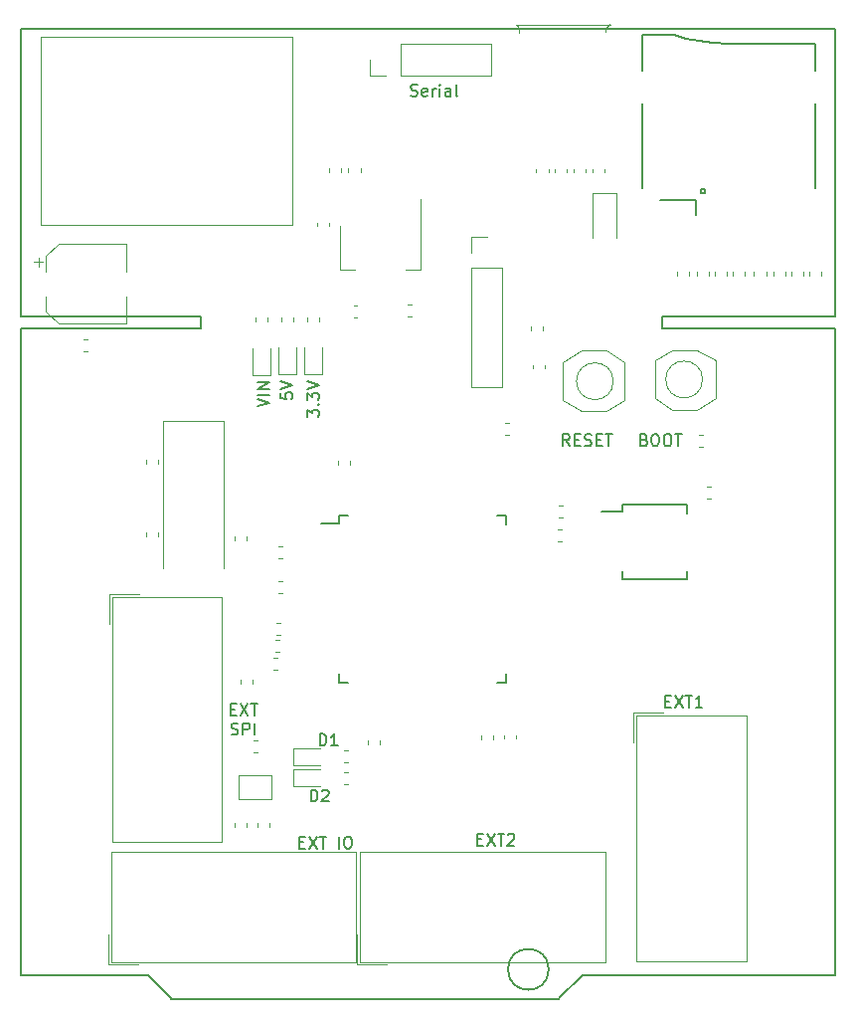
<source format=gto>
G04 #@! TF.GenerationSoftware,KiCad,Pcbnew,6.0.0-rc1-unknown-82f657e~66~ubuntu18.10.1*
G04 #@! TF.CreationDate,2018-11-25T01:12:17-08:00*
G04 #@! TF.ProjectId,Nucleo-64-407,4e75636c-656f-42d3-9634-2d3430372e6b,rev?*
G04 #@! TF.SameCoordinates,PX328b740PY6ea0500*
G04 #@! TF.FileFunction,Legend,Top*
G04 #@! TF.FilePolarity,Positive*
%FSLAX46Y46*%
G04 Gerber Fmt 4.6, Leading zero omitted, Abs format (unit mm)*
G04 Created by KiCad (PCBNEW 6.0.0-rc1-unknown-82f657e~66~ubuntu18.10.1) date Sun 25 Nov 2018 01:12:17 AM PST*
%MOMM*%
%LPD*%
G01*
G04 APERTURE LIST*
%ADD10C,0.150000*%
%ADD11C,0.100000*%
%ADD12C,0.120000*%
G04 APERTURE END LIST*
D10*
X18178571Y22646429D02*
X18511904Y22646429D01*
X18654761Y22122620D02*
X18178571Y22122620D01*
X18178571Y23122620D01*
X18654761Y23122620D01*
X18988095Y23122620D02*
X19654761Y22122620D01*
X19654761Y23122620D02*
X18988095Y22122620D01*
X19892857Y23122620D02*
X20464285Y23122620D01*
X20178571Y22122620D02*
X20178571Y23122620D01*
X18226190Y20520239D02*
X18369047Y20472620D01*
X18607142Y20472620D01*
X18702380Y20520239D01*
X18750000Y20567858D01*
X18797619Y20663096D01*
X18797619Y20758334D01*
X18750000Y20853572D01*
X18702380Y20901191D01*
X18607142Y20948810D01*
X18416666Y20996429D01*
X18321428Y21044048D01*
X18273809Y21091667D01*
X18226190Y21186905D01*
X18226190Y21282143D01*
X18273809Y21377381D01*
X18321428Y21425000D01*
X18416666Y21472620D01*
X18654761Y21472620D01*
X18797619Y21425000D01*
X19226190Y20472620D02*
X19226190Y21472620D01*
X19607142Y21472620D01*
X19702380Y21425000D01*
X19750000Y21377381D01*
X19797619Y21282143D01*
X19797619Y21139286D01*
X19750000Y21044048D01*
X19702380Y20996429D01*
X19607142Y20948810D01*
X19226190Y20948810D01*
X20226190Y20472620D02*
X20226190Y21472620D01*
X24035714Y11321429D02*
X24369047Y11321429D01*
X24511904Y10797620D02*
X24035714Y10797620D01*
X24035714Y11797620D01*
X24511904Y11797620D01*
X24845238Y11797620D02*
X25511904Y10797620D01*
X25511904Y11797620D02*
X24845238Y10797620D01*
X25750000Y11797620D02*
X26321428Y11797620D01*
X26035714Y10797620D02*
X26035714Y11797620D01*
X27416666Y10797620D02*
X27416666Y11797620D01*
X28083333Y11797620D02*
X28273809Y11797620D01*
X28369047Y11750000D01*
X28464285Y11654762D01*
X28511904Y11464286D01*
X28511904Y11130953D01*
X28464285Y10940477D01*
X28369047Y10845239D01*
X28273809Y10797620D01*
X28083333Y10797620D01*
X27988095Y10845239D01*
X27892857Y10940477D01*
X27845238Y11130953D01*
X27845238Y11464286D01*
X27892857Y11654762D01*
X27988095Y11750000D01*
X28083333Y11797620D01*
X39202380Y11571429D02*
X39535714Y11571429D01*
X39678571Y11047620D02*
X39202380Y11047620D01*
X39202380Y12047620D01*
X39678571Y12047620D01*
X40011904Y12047620D02*
X40678571Y11047620D01*
X40678571Y12047620D02*
X40011904Y11047620D01*
X40916666Y12047620D02*
X41488095Y12047620D01*
X41202380Y11047620D02*
X41202380Y12047620D01*
X41773809Y11952381D02*
X41821428Y12000000D01*
X41916666Y12047620D01*
X42154761Y12047620D01*
X42250000Y12000000D01*
X42297619Y11952381D01*
X42345238Y11857143D01*
X42345238Y11761905D01*
X42297619Y11619048D01*
X41726190Y11047620D01*
X42345238Y11047620D01*
X55202380Y23321429D02*
X55535714Y23321429D01*
X55678571Y22797620D02*
X55202380Y22797620D01*
X55202380Y23797620D01*
X55678571Y23797620D01*
X56011904Y23797620D02*
X56678571Y22797620D01*
X56678571Y23797620D02*
X56011904Y22797620D01*
X56916666Y23797620D02*
X57488095Y23797620D01*
X57202380Y22797620D02*
X57202380Y23797620D01*
X58345238Y22797620D02*
X57773809Y22797620D01*
X58059523Y22797620D02*
X58059523Y23797620D01*
X57964285Y23654762D01*
X57869047Y23559524D01*
X57773809Y23511905D01*
X25761904Y19547620D02*
X25761904Y20547620D01*
X26000000Y20547620D01*
X26142857Y20500000D01*
X26238095Y20404762D01*
X26285714Y20309524D01*
X26333333Y20119048D01*
X26333333Y19976191D01*
X26285714Y19785715D01*
X26238095Y19690477D01*
X26142857Y19595239D01*
X26000000Y19547620D01*
X25761904Y19547620D01*
X27285714Y19547620D02*
X26714285Y19547620D01*
X27000000Y19547620D02*
X27000000Y20547620D01*
X26904761Y20404762D01*
X26809523Y20309524D01*
X26714285Y20261905D01*
X25011904Y14797620D02*
X25011904Y15797620D01*
X25250000Y15797620D01*
X25392857Y15750000D01*
X25488095Y15654762D01*
X25535714Y15559524D01*
X25583333Y15369048D01*
X25583333Y15226191D01*
X25535714Y15035715D01*
X25488095Y14940477D01*
X25392857Y14845239D01*
X25250000Y14797620D01*
X25011904Y14797620D01*
X25964285Y15702381D02*
X26011904Y15750000D01*
X26107142Y15797620D01*
X26345238Y15797620D01*
X26440476Y15750000D01*
X26488095Y15702381D01*
X26535714Y15607143D01*
X26535714Y15511905D01*
X26488095Y15369048D01*
X25916666Y14797620D01*
X26535714Y14797620D01*
X33523809Y74845239D02*
X33666666Y74797620D01*
X33904761Y74797620D01*
X34000000Y74845239D01*
X34047619Y74892858D01*
X34095238Y74988096D01*
X34095238Y75083334D01*
X34047619Y75178572D01*
X34000000Y75226191D01*
X33904761Y75273810D01*
X33714285Y75321429D01*
X33619047Y75369048D01*
X33571428Y75416667D01*
X33523809Y75511905D01*
X33523809Y75607143D01*
X33571428Y75702381D01*
X33619047Y75750000D01*
X33714285Y75797620D01*
X33952380Y75797620D01*
X34095238Y75750000D01*
X34904761Y74845239D02*
X34809523Y74797620D01*
X34619047Y74797620D01*
X34523809Y74845239D01*
X34476190Y74940477D01*
X34476190Y75321429D01*
X34523809Y75416667D01*
X34619047Y75464286D01*
X34809523Y75464286D01*
X34904761Y75416667D01*
X34952380Y75321429D01*
X34952380Y75226191D01*
X34476190Y75130953D01*
X35380952Y74797620D02*
X35380952Y75464286D01*
X35380952Y75273810D02*
X35428571Y75369048D01*
X35476190Y75416667D01*
X35571428Y75464286D01*
X35666666Y75464286D01*
X36000000Y74797620D02*
X36000000Y75464286D01*
X36000000Y75797620D02*
X35952380Y75750000D01*
X36000000Y75702381D01*
X36047619Y75750000D01*
X36000000Y75797620D01*
X36000000Y75702381D01*
X36904761Y74797620D02*
X36904761Y75321429D01*
X36857142Y75416667D01*
X36761904Y75464286D01*
X36571428Y75464286D01*
X36476190Y75416667D01*
X36904761Y74845239D02*
X36809523Y74797620D01*
X36571428Y74797620D01*
X36476190Y74845239D01*
X36428571Y74940477D01*
X36428571Y75035715D01*
X36476190Y75130953D01*
X36571428Y75178572D01*
X36809523Y75178572D01*
X36904761Y75226191D01*
X37523809Y74797620D02*
X37428571Y74845239D01*
X37380952Y74940477D01*
X37380952Y75797620D01*
X47047619Y45047620D02*
X46714285Y45523810D01*
X46476190Y45047620D02*
X46476190Y46047620D01*
X46857142Y46047620D01*
X46952380Y46000000D01*
X47000000Y45952381D01*
X47047619Y45857143D01*
X47047619Y45714286D01*
X47000000Y45619048D01*
X46952380Y45571429D01*
X46857142Y45523810D01*
X46476190Y45523810D01*
X47476190Y45571429D02*
X47809523Y45571429D01*
X47952380Y45047620D02*
X47476190Y45047620D01*
X47476190Y46047620D01*
X47952380Y46047620D01*
X48333333Y45095239D02*
X48476190Y45047620D01*
X48714285Y45047620D01*
X48809523Y45095239D01*
X48857142Y45142858D01*
X48904761Y45238096D01*
X48904761Y45333334D01*
X48857142Y45428572D01*
X48809523Y45476191D01*
X48714285Y45523810D01*
X48523809Y45571429D01*
X48428571Y45619048D01*
X48380952Y45666667D01*
X48333333Y45761905D01*
X48333333Y45857143D01*
X48380952Y45952381D01*
X48428571Y46000000D01*
X48523809Y46047620D01*
X48761904Y46047620D01*
X48904761Y46000000D01*
X49333333Y45571429D02*
X49666666Y45571429D01*
X49809523Y45047620D02*
X49333333Y45047620D01*
X49333333Y46047620D01*
X49809523Y46047620D01*
X50095238Y46047620D02*
X50666666Y46047620D01*
X50380952Y45047620D02*
X50380952Y46047620D01*
X53392857Y45571429D02*
X53535714Y45523810D01*
X53583333Y45476191D01*
X53630952Y45380953D01*
X53630952Y45238096D01*
X53583333Y45142858D01*
X53535714Y45095239D01*
X53440476Y45047620D01*
X53059523Y45047620D01*
X53059523Y46047620D01*
X53392857Y46047620D01*
X53488095Y46000000D01*
X53535714Y45952381D01*
X53583333Y45857143D01*
X53583333Y45761905D01*
X53535714Y45666667D01*
X53488095Y45619048D01*
X53392857Y45571429D01*
X53059523Y45571429D01*
X54250000Y46047620D02*
X54440476Y46047620D01*
X54535714Y46000000D01*
X54630952Y45904762D01*
X54678571Y45714286D01*
X54678571Y45380953D01*
X54630952Y45190477D01*
X54535714Y45095239D01*
X54440476Y45047620D01*
X54250000Y45047620D01*
X54154761Y45095239D01*
X54059523Y45190477D01*
X54011904Y45380953D01*
X54011904Y45714286D01*
X54059523Y45904762D01*
X54154761Y46000000D01*
X54250000Y46047620D01*
X55297619Y46047620D02*
X55488095Y46047620D01*
X55583333Y46000000D01*
X55678571Y45904762D01*
X55726190Y45714286D01*
X55726190Y45380953D01*
X55678571Y45190477D01*
X55583333Y45095239D01*
X55488095Y45047620D01*
X55297619Y45047620D01*
X55202380Y45095239D01*
X55107142Y45190477D01*
X55059523Y45380953D01*
X55059523Y45714286D01*
X55107142Y45904762D01*
X55202380Y46000000D01*
X55297619Y46047620D01*
X56011904Y46047620D02*
X56583333Y46047620D01*
X56297619Y45047620D02*
X56297619Y46047620D01*
X24702380Y47523810D02*
X24702380Y48142858D01*
X25083333Y47809524D01*
X25083333Y47952381D01*
X25130952Y48047620D01*
X25178571Y48095239D01*
X25273809Y48142858D01*
X25511904Y48142858D01*
X25607142Y48095239D01*
X25654761Y48047620D01*
X25702380Y47952381D01*
X25702380Y47666667D01*
X25654761Y47571429D01*
X25607142Y47523810D01*
X25607142Y48571429D02*
X25654761Y48619048D01*
X25702380Y48571429D01*
X25654761Y48523810D01*
X25607142Y48571429D01*
X25702380Y48571429D01*
X24702380Y48952381D02*
X24702380Y49571429D01*
X25083333Y49238096D01*
X25083333Y49380953D01*
X25130952Y49476191D01*
X25178571Y49523810D01*
X25273809Y49571429D01*
X25511904Y49571429D01*
X25607142Y49523810D01*
X25654761Y49476191D01*
X25702380Y49380953D01*
X25702380Y49095239D01*
X25654761Y49000000D01*
X25607142Y48952381D01*
X24702380Y49857143D02*
X25702380Y50190477D01*
X24702380Y50523810D01*
X22452380Y49559524D02*
X22452380Y49083334D01*
X22928571Y49035715D01*
X22880952Y49083334D01*
X22833333Y49178572D01*
X22833333Y49416667D01*
X22880952Y49511905D01*
X22928571Y49559524D01*
X23023809Y49607143D01*
X23261904Y49607143D01*
X23357142Y49559524D01*
X23404761Y49511905D01*
X23452380Y49416667D01*
X23452380Y49178572D01*
X23404761Y49083334D01*
X23357142Y49035715D01*
X22452380Y49892858D02*
X23452380Y50226191D01*
X22452380Y50559524D01*
X20452380Y48404762D02*
X21452380Y48738096D01*
X20452380Y49071429D01*
X21452380Y49404762D02*
X20452380Y49404762D01*
X21452380Y49880953D02*
X20452380Y49880953D01*
X21452380Y50452381D01*
X20452380Y50452381D01*
D11*
G04 #@! TO.C,SW2*
X58365248Y50700000D02*
G75*
G03X58365248Y50700000I-1565248J0D01*
G01*
X54300000Y52300000D02*
X55800000Y53200000D01*
X55800000Y48100000D02*
X54300000Y49100000D01*
X59500000Y49100000D02*
X57900000Y48100000D01*
X57900000Y53200000D02*
X59500000Y52300000D01*
X57900000Y48100000D02*
X55800000Y48100000D01*
X59500000Y52300000D02*
X59500000Y49100000D01*
X55800000Y53200000D02*
X57900000Y53200000D01*
X54300000Y49100000D02*
X54300000Y52300000D01*
G04 #@! TO.C,SW1*
X50765248Y50550000D02*
G75*
G03X50765248Y50550000I-1565248J0D01*
G01*
X51700000Y48950000D02*
X50200000Y48050000D01*
X50200000Y53150000D02*
X51700000Y52150000D01*
X46500000Y52150000D02*
X48100000Y53150000D01*
X48100000Y48050000D02*
X46500000Y48950000D01*
X48100000Y53150000D02*
X50200000Y53150000D01*
X46500000Y48950000D02*
X46500000Y52150000D01*
X50200000Y48050000D02*
X48100000Y48050000D01*
X51700000Y52150000D02*
X51700000Y48950000D01*
G04 #@! TO.C,J3*
X50136784Y80250000D02*
G75*
G02X50500001Y80899999I763216J0D01*
G01*
X42550822Y80876234D02*
G75*
G02X42799999Y80150001I-350822J-526234D01*
G01*
X50500000Y80900000D02*
X42500000Y80900000D01*
D10*
G04 #@! TO.C,XS1*
X57800000Y66000000D02*
X54800000Y66000000D01*
X58250000Y66900000D02*
X58250000Y66600000D01*
X58550000Y66900000D02*
X58250000Y66900000D01*
X58550000Y66600000D02*
X58550000Y66900000D01*
X58250000Y66600000D02*
X58550000Y66600000D01*
X53250000Y67000000D02*
X53250000Y74200000D01*
X53250000Y80000000D02*
X53250000Y77000000D01*
X55950000Y80000000D02*
X53250000Y80000000D01*
X67950000Y77000000D02*
X67950000Y79300000D01*
X67950000Y74200000D02*
X67950000Y67000000D01*
X57800000Y66000000D02*
X57800000Y64700000D01*
X57000000Y79700000D02*
X55950000Y80000000D01*
X58100000Y79500000D02*
X57000000Y79700000D01*
X59250000Y79350000D02*
X58100000Y79500000D01*
X60600000Y79300000D02*
X59250000Y79350000D01*
X67950000Y79300000D02*
X60600000Y79300000D01*
G04 #@! TO.C,U2*
X351500Y55055014D02*
X351500Y54987D01*
X15591500Y55055000D02*
X351500Y55055000D01*
X15641500Y56055000D02*
X15641500Y55055000D01*
X391500Y56055000D02*
X15641500Y56055000D01*
X351500Y80555037D02*
X351500Y56054968D01*
X69641511Y80515000D02*
X351500Y80515000D01*
X69641500Y56055000D02*
X69641500Y80555000D01*
X54891500Y56055000D02*
X69641500Y56055000D01*
X54891500Y55055000D02*
X54891500Y56055000D01*
X69641500Y55055000D02*
X54891500Y55055000D01*
X69641500Y55000D02*
X69641500Y55055000D01*
X48141463Y15000D02*
X69641526Y15000D01*
X46121500Y-1965000D02*
X48141500Y55000D01*
X13141476Y-1985000D02*
X46141522Y-1985000D01*
X11141500Y55000D02*
X13141500Y-1945000D01*
X351500Y15000D02*
X11141574Y15000D01*
X45270983Y515000D02*
G75*
G03X45270983Y515000I-1739483J0D01*
G01*
D12*
G04 #@! TO.C,D6*
X22265000Y53412500D02*
X22265000Y51127500D01*
X22265000Y51127500D02*
X23735000Y51127500D01*
X23735000Y51127500D02*
X23735000Y53412500D01*
G04 #@! TO.C,D5*
X24465000Y53412500D02*
X24465000Y51127500D01*
X24465000Y51127500D02*
X25935000Y51127500D01*
X25935000Y51127500D02*
X25935000Y53412500D01*
G04 #@! TO.C,D4*
X20065000Y53387500D02*
X20065000Y51102500D01*
X20065000Y51102500D02*
X21535000Y51102500D01*
X21535000Y51102500D02*
X21535000Y53387500D01*
G04 #@! TO.C,D3*
X25812500Y19335000D02*
X23527500Y19335000D01*
X23527500Y19335000D02*
X23527500Y17865000D01*
X23527500Y17865000D02*
X25812500Y17865000D01*
G04 #@! TO.C,D2*
X25800000Y17535000D02*
X23515000Y17535000D01*
X23515000Y17535000D02*
X23515000Y16065000D01*
X23515000Y16065000D02*
X25800000Y16065000D01*
G04 #@! TO.C,R23*
X23510000Y55950279D02*
X23510000Y55624721D01*
X22490000Y55950279D02*
X22490000Y55624721D01*
G04 #@! TO.C,R22*
X25710000Y55950279D02*
X25710000Y55624721D01*
X24690000Y55950279D02*
X24690000Y55624721D01*
G04 #@! TO.C,R21*
X21310000Y55950279D02*
X21310000Y55624721D01*
X20290000Y55950279D02*
X20290000Y55624721D01*
G04 #@! TO.C,R20*
X27849721Y19110000D02*
X28175279Y19110000D01*
X27849721Y18090000D02*
X28175279Y18090000D01*
G04 #@! TO.C,R19*
X27849721Y17310000D02*
X28175279Y17310000D01*
X27849721Y16290000D02*
X28175279Y16290000D01*
G04 #@! TO.C,R18*
X21510000Y12950779D02*
X21510000Y12625221D01*
X20490000Y12950779D02*
X20490000Y12625221D01*
G04 #@! TO.C,R17*
X19510000Y12950779D02*
X19510000Y12625221D01*
X18490000Y12950779D02*
X18490000Y12625221D01*
G04 #@! TO.C,R16*
X58049221Y46010000D02*
X58374779Y46010000D01*
X58049221Y44990000D02*
X58374779Y44990000D01*
G04 #@! TO.C,R15*
X46824000Y68626779D02*
X46824000Y68301221D01*
X45804000Y68626779D02*
X45804000Y68301221D01*
G04 #@! TO.C,R14*
X48412000Y68626779D02*
X48412000Y68301221D01*
X47392000Y68626779D02*
X47392000Y68301221D01*
G04 #@! TO.C,R13*
X45236500Y68626779D02*
X45236500Y68301221D01*
X44216500Y68626779D02*
X44216500Y68301221D01*
G04 #@! TO.C,R12*
X68478000Y59876279D02*
X68478000Y59550721D01*
X67458000Y59876279D02*
X67458000Y59550721D01*
G04 #@! TO.C,R11*
X66954000Y59876279D02*
X66954000Y59550721D01*
X65934000Y59876279D02*
X65934000Y59550721D01*
G04 #@! TO.C,R10*
X65430000Y59876279D02*
X65430000Y59550721D01*
X64410000Y59876279D02*
X64410000Y59550721D01*
G04 #@! TO.C,R9*
X63778000Y59876279D02*
X63778000Y59550721D01*
X62758000Y59876279D02*
X62758000Y59550721D01*
G04 #@! TO.C,R8*
X61937000Y59863779D02*
X61937000Y59538221D01*
X60917000Y59863779D02*
X60917000Y59538221D01*
G04 #@! TO.C,R7*
X60413000Y59876279D02*
X60413000Y59550721D01*
X59393000Y59876279D02*
X59393000Y59550721D01*
G04 #@! TO.C,R6*
X58889000Y59876279D02*
X58889000Y59550721D01*
X57869000Y59876279D02*
X57869000Y59550721D01*
G04 #@! TO.C,R5*
X20124721Y20010000D02*
X20450279Y20010000D01*
X20124721Y18990000D02*
X20450279Y18990000D01*
G04 #@! TO.C,R4*
X20010000Y25162779D02*
X20010000Y24837221D01*
X18990000Y25162779D02*
X18990000Y24837221D01*
G04 #@! TO.C,R3*
X19510000Y37375279D02*
X19510000Y37049721D01*
X18490000Y37375279D02*
X18490000Y37049721D01*
G04 #@! TO.C,R2*
X41549721Y47010000D02*
X41875279Y47010000D01*
X41549721Y45990000D02*
X41875279Y45990000D01*
G04 #@! TO.C,R1*
X43915000Y51624721D02*
X43915000Y51950279D01*
X44935000Y51624721D02*
X44935000Y51950279D01*
G04 #@! TO.C,C23*
X26567500Y64054779D02*
X26567500Y63729221D01*
X25547500Y64054779D02*
X25547500Y63729221D01*
G04 #@! TO.C,C21*
X5676221Y54153000D02*
X6001779Y54153000D01*
X5676221Y53133000D02*
X6001779Y53133000D01*
G04 #@! TO.C,C20*
X28976279Y55990500D02*
X28650721Y55990500D01*
X28976279Y57010500D02*
X28650721Y57010500D01*
G04 #@! TO.C,C19*
X33235221Y57074000D02*
X33560779Y57074000D01*
X33235221Y56054000D02*
X33560779Y56054000D01*
G04 #@! TO.C,C18*
X58724221Y41580000D02*
X59049779Y41580000D01*
X58724221Y40560000D02*
X59049779Y40560000D01*
G04 #@! TO.C,C17*
X26563500Y68313721D02*
X26563500Y68639279D01*
X27583500Y68313721D02*
X27583500Y68639279D01*
G04 #@! TO.C,C16*
X28214500Y68313721D02*
X28214500Y68639279D01*
X29234500Y68313721D02*
X29234500Y68639279D01*
G04 #@! TO.C,C15*
X56218000Y59538221D02*
X56218000Y59863779D01*
X57238000Y59538221D02*
X57238000Y59863779D01*
G04 #@! TO.C,C14*
X22575279Y35490000D02*
X22249721Y35490000D01*
X22575279Y36510000D02*
X22249721Y36510000D01*
G04 #@! TO.C,C13*
X22375279Y28990000D02*
X22049721Y28990000D01*
X22375279Y30010000D02*
X22049721Y30010000D01*
G04 #@! TO.C,C12*
X22162779Y25990000D02*
X21837221Y25990000D01*
X22162779Y27010000D02*
X21837221Y27010000D01*
G04 #@! TO.C,C11*
X22350279Y27490000D02*
X22024721Y27490000D01*
X22350279Y28510000D02*
X22024721Y28510000D01*
G04 #@! TO.C,C10*
X46124721Y40010000D02*
X46450279Y40010000D01*
X46124721Y38990000D02*
X46450279Y38990000D01*
G04 #@! TO.C,C9*
X42510000Y20450279D02*
X42510000Y20124721D01*
X41490000Y20450279D02*
X41490000Y20124721D01*
G04 #@! TO.C,C8*
X46350279Y36890000D02*
X46024721Y36890000D01*
X46350279Y37910000D02*
X46024721Y37910000D01*
G04 #@! TO.C,C7*
X10990000Y37337221D02*
X10990000Y37662779D01*
X12010000Y37337221D02*
X12010000Y37662779D01*
G04 #@! TO.C,C6*
X12010000Y43875279D02*
X12010000Y43549721D01*
X10990000Y43875279D02*
X10990000Y43549721D01*
G04 #@! TO.C,C5*
X22562779Y32490000D02*
X22237221Y32490000D01*
X22562779Y33510000D02*
X22237221Y33510000D01*
G04 #@! TO.C,C4*
X39490000Y20049721D02*
X39490000Y20375279D01*
X40510000Y20049721D02*
X40510000Y20375279D01*
G04 #@! TO.C,C3*
X43740000Y54874721D02*
X43740000Y55200279D01*
X44760000Y54874721D02*
X44760000Y55200279D01*
G04 #@! TO.C,C2*
X27290000Y43437221D02*
X27290000Y43762779D01*
X28310000Y43437221D02*
X28310000Y43762779D01*
G04 #@! TO.C,C1*
X30910000Y19962779D02*
X30910000Y19637221D01*
X29890000Y19962779D02*
X29890000Y19637221D01*
G04 #@! TO.C,J8*
X7861000Y32446000D02*
X10401000Y32446000D01*
X7861000Y32446000D02*
X7861000Y29906000D01*
X8111000Y32196000D02*
X17461000Y32196000D01*
X8111000Y11336000D02*
X8111000Y32196000D01*
X17461000Y11336000D02*
X8111000Y11336000D01*
X17461000Y32196000D02*
X17461000Y11336000D01*
G04 #@! TO.C,J7*
X7757500Y903000D02*
X7757500Y3443000D01*
X7757500Y903000D02*
X10297500Y903000D01*
X8007500Y1153000D02*
X8007500Y10503000D01*
X28867500Y1153000D02*
X8007500Y1153000D01*
X28867500Y10503000D02*
X28867500Y1153000D01*
X8007500Y10503000D02*
X28867500Y10503000D01*
G04 #@! TO.C,J6*
X52501000Y22349500D02*
X55041000Y22349500D01*
X52501000Y22349500D02*
X52501000Y19809500D01*
X52751000Y22099500D02*
X62101000Y22099500D01*
X52751000Y1239500D02*
X52751000Y22099500D01*
X62101000Y1239500D02*
X52751000Y1239500D01*
X62101000Y22099500D02*
X62101000Y1239500D01*
G04 #@! TO.C,J5*
X28966500Y903000D02*
X28966500Y3443000D01*
X28966500Y903000D02*
X31506500Y903000D01*
X29216500Y1153000D02*
X29216500Y10503000D01*
X50076500Y1153000D02*
X29216500Y1153000D01*
X50076500Y10503000D02*
X50076500Y1153000D01*
X29216500Y10503000D02*
X50076500Y10503000D01*
G04 #@! TO.C,Y1*
X12450000Y47200000D02*
X12450000Y34600000D01*
X17550000Y47200000D02*
X12450000Y47200000D01*
X17550000Y34600000D02*
X17550000Y47200000D01*
D11*
G04 #@! TO.C,U5*
X2028500Y63873000D02*
X2028500Y79873000D01*
X23428500Y63873000D02*
X2028500Y63873000D01*
X23428500Y79873000D02*
X23428500Y63873000D01*
X2028500Y79873000D02*
X23428500Y79873000D01*
D10*
G04 #@! TO.C,U4*
X51518000Y39429000D02*
X49768000Y39429000D01*
X51518000Y33674000D02*
X57018000Y33674000D01*
X51518000Y40084000D02*
X57018000Y40084000D01*
X51518000Y33674000D02*
X51518000Y34424000D01*
X57018000Y33674000D02*
X57018000Y34424000D01*
X57018000Y40084000D02*
X57018000Y39334000D01*
X51518000Y40084000D02*
X51518000Y39429000D01*
D12*
G04 #@! TO.C,U3*
X34357000Y66036500D02*
X34357000Y60026500D01*
X27537000Y63786500D02*
X27537000Y60026500D01*
X34357000Y60026500D02*
X33097000Y60026500D01*
X27537000Y60026500D02*
X28797000Y60026500D01*
D10*
G04 #@! TO.C,U1*
X27375000Y38475000D02*
X25850000Y38475000D01*
X41625000Y39125000D02*
X40865000Y39125000D01*
X41625000Y24875000D02*
X40865000Y24875000D01*
X27375000Y24875000D02*
X28135000Y24875000D01*
X27375000Y39125000D02*
X28135000Y39125000D01*
X27375000Y24875000D02*
X27375000Y25635000D01*
X41625000Y24875000D02*
X41625000Y25635000D01*
X41625000Y39125000D02*
X41625000Y38365000D01*
X27375000Y39125000D02*
X27375000Y38475000D01*
D12*
G04 #@! TO.C,JP1*
X21675000Y15000000D02*
X18875000Y15000000D01*
X18875000Y15000000D02*
X18875000Y17000000D01*
X18875000Y17000000D02*
X21675000Y17000000D01*
X21675000Y17000000D02*
X21675000Y15000000D01*
G04 #@! TO.C,J4*
X30061500Y76570000D02*
X30061500Y77900000D01*
X31391500Y76570000D02*
X30061500Y76570000D01*
X32661500Y76570000D02*
X32661500Y79230000D01*
X32661500Y79230000D02*
X40341500Y79230000D01*
X32661500Y76570000D02*
X40341500Y76570000D01*
X40341500Y76570000D02*
X40341500Y79230000D01*
G04 #@! TO.C,J1*
X38670000Y62830000D02*
X40000000Y62830000D01*
X38670000Y61500000D02*
X38670000Y62830000D01*
X38670000Y60230000D02*
X41330000Y60230000D01*
X41330000Y60230000D02*
X41330000Y50010000D01*
X38670000Y60230000D02*
X38670000Y50010000D01*
X38670000Y50010000D02*
X41330000Y50010000D01*
G04 #@! TO.C,F1*
X48979000Y68626779D02*
X48979000Y68301221D01*
X49999000Y68626779D02*
X49999000Y68301221D01*
G04 #@! TO.C,D1*
X50997000Y66577500D02*
X50997000Y62727500D01*
X48997000Y66577500D02*
X48997000Y62727500D01*
X50997000Y66577500D02*
X48997000Y66577500D01*
G04 #@! TO.C,C22*
X1814750Y61091250D02*
X1814750Y60303750D01*
X1421000Y60697500D02*
X2208500Y60697500D01*
X2448500Y56504437D02*
X3512937Y55440000D01*
X2448500Y61195563D02*
X3512937Y62260000D01*
X2448500Y61195563D02*
X2448500Y59910000D01*
X2448500Y56504437D02*
X2448500Y57790000D01*
X3512937Y55440000D02*
X9268500Y55440000D01*
X3512937Y62260000D02*
X9268500Y62260000D01*
X9268500Y62260000D02*
X9268500Y59910000D01*
X9268500Y55440000D02*
X9268500Y57790000D01*
G04 #@! TD*
M02*

</source>
